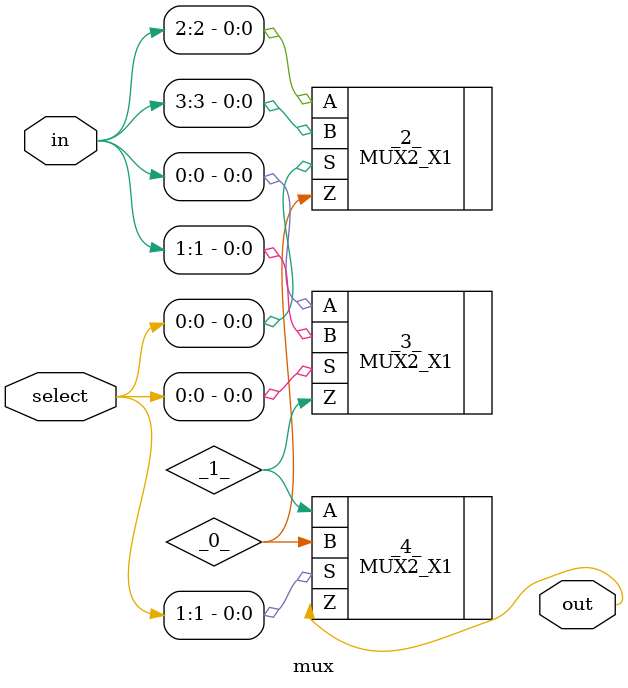
<source format=sv>
/* Generated by Yosys 0.55 (git sha1 60f126cd00c94892782470192d6c9f7abebe7c05, clang++ 16.0.0 -fPIC -O3) */

(* top =  1  *)
(* src = "mux.sv:1.1-5.10" *)
module mux(in, select, out);
  wire _0_;
  wire _1_;
  (* src = "mux.sv:1.29-1.31" *)
  input [3:0] in;
  wire [3:0] in;
  (* src = "mux.sv:1.71-1.74" *)
  output out;
  wire out;
  (* src = "mux.sv:1.50-1.56" *)
  input [1:0] select;
  wire [1:0] select;
  MUX2_X1 _2_ (
    .A(in[2]),
    .B(in[3]),
    .S(select[0]),
    .Z(_0_)
  );
  MUX2_X1 _3_ (
    .A(in[0]),
    .B(in[1]),
    .S(select[0]),
    .Z(_1_)
  );
  MUX2_X1 _4_ (
    .A(_1_),
    .B(_0_),
    .S(select[1]),
    .Z(out)
  );
endmodule

</source>
